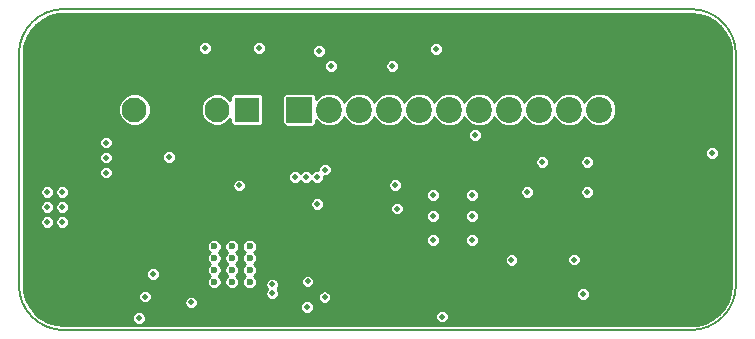
<source format=gbr>
G04 #@! TF.GenerationSoftware,KiCad,Pcbnew,5.0.2+dfsg1-1*
G04 #@! TF.CreationDate,2021-06-07T16:10:35-04:00*
G04 #@! TF.ProjectId,KyberBoard,4b796265-7242-46f6-9172-642e6b696361,rev?*
G04 #@! TF.SameCoordinates,Original*
G04 #@! TF.FileFunction,Copper,L3,Inr*
G04 #@! TF.FilePolarity,Positive*
%FSLAX46Y46*%
G04 Gerber Fmt 4.6, Leading zero omitted, Abs format (unit mm)*
G04 Created by KiCad (PCBNEW 5.0.2+dfsg1-1) date Mon 07 Jun 2021 04:10:35 PM EDT*
%MOMM*%
%LPD*%
G01*
G04 APERTURE LIST*
G04 #@! TA.AperFunction,NonConductor*
%ADD10C,0.150000*%
G04 #@! TD*
G04 #@! TA.AperFunction,ViaPad*
%ADD11C,0.600000*%
G04 #@! TD*
G04 #@! TA.AperFunction,ViaPad*
%ADD12R,2.200000X2.200000*%
G04 #@! TD*
G04 #@! TA.AperFunction,ViaPad*
%ADD13C,2.200000*%
G04 #@! TD*
G04 #@! TA.AperFunction,ViaPad*
%ADD14C,0.800000*%
G04 #@! TD*
G04 #@! TA.AperFunction,ViaPad*
%ADD15C,6.400000*%
G04 #@! TD*
G04 #@! TA.AperFunction,ViaPad*
%ADD16R,2.100000X2.100000*%
G04 #@! TD*
G04 #@! TA.AperFunction,ViaPad*
%ADD17C,2.100000*%
G04 #@! TD*
G04 #@! TA.AperFunction,ViaPad*
%ADD18C,0.508000*%
G04 #@! TD*
G04 #@! TA.AperFunction,Conductor*
%ADD19C,0.254000*%
G04 #@! TD*
G04 APERTURE END LIST*
D10*
X116332000Y-67056000D02*
G75*
G02X120142000Y-63246000I3810000J0D01*
G01*
X120142000Y-90424000D02*
G75*
G02X116332000Y-86614000I0J3810000D01*
G01*
X116332000Y-86614000D02*
X116332000Y-67056000D01*
X173228000Y-90424000D02*
X120142000Y-90424000D01*
X173228000Y-63246000D02*
X120142000Y-63246000D01*
X177038000Y-86614000D02*
X177038000Y-67056000D01*
X177038000Y-86614000D02*
G75*
G02X173228000Y-90424000I-3810000J0D01*
G01*
X173228000Y-63246000D02*
G75*
G02X177038000Y-67056000I0J-3810000D01*
G01*
D11*
G04 #@! TO.N,/hbridge/VCC*
G04 #@! TO.C,U2*
X132866000Y-83336000D03*
X134366000Y-83336000D03*
X135866000Y-83336000D03*
X132866000Y-84336000D03*
X134366000Y-84336000D03*
X135866000Y-84336000D03*
X132866000Y-85336000D03*
X134366000Y-85336000D03*
X135866000Y-85336000D03*
X132866000Y-86336000D03*
X134366000Y-86336000D03*
X135866000Y-86336000D03*
G04 #@! TD*
D12*
G04 #@! TO.N,+12V*
G04 #@! TO.C,*
X140081000Y-71755000D03*
D13*
G04 #@! TO.N,/SOL-*
X142621000Y-71755000D03*
G04 #@! TO.N,/LED+*
X145161000Y-71755000D03*
G04 #@! TO.N,/LED-*
X147701000Y-71755000D03*
G04 #@! TO.N,/SPKR+*
X150241000Y-71755000D03*
G04 #@! TO.N,/SPKR-*
X152781000Y-71755000D03*
G04 #@! TO.N,+3V3*
X155321000Y-71755000D03*
G04 #@! TO.N,/BTN*
X157861000Y-71755000D03*
G04 #@! TO.N,+3V3*
X160401000Y-71755000D03*
G04 #@! TO.N,/ENC_A*
X162941000Y-71755000D03*
G04 #@! TO.N,/ENC_B*
X165481000Y-71755000D03*
G04 #@! TO.N,GND*
X168021000Y-71755000D03*
G04 #@! TD*
D14*
G04 #@! TO.N,GND*
G04 #@! TO.C,*
X121839056Y-65358944D03*
X120142000Y-64656000D03*
X118444944Y-65358944D03*
X117742000Y-67056000D03*
X118444944Y-68753056D03*
X120142000Y-69456000D03*
X121839056Y-68753056D03*
X122542000Y-67056000D03*
D15*
X120142000Y-67056000D03*
G04 #@! TD*
G04 #@! TO.N,GND*
G04 #@! TO.C,*
X173228000Y-67056000D03*
D14*
X175628000Y-67056000D03*
X174925056Y-68753056D03*
X173228000Y-69456000D03*
X171530944Y-68753056D03*
X170828000Y-67056000D03*
X171530944Y-65358944D03*
X173228000Y-64656000D03*
X174925056Y-65358944D03*
G04 #@! TD*
D15*
G04 #@! TO.N,GND*
G04 #@! TO.C,*
X173228000Y-86614000D03*
D14*
X175628000Y-86614000D03*
X174925056Y-88311056D03*
X173228000Y-89014000D03*
X171530944Y-88311056D03*
X170828000Y-86614000D03*
X171530944Y-84916944D03*
X173228000Y-84214000D03*
X174925056Y-84916944D03*
G04 #@! TD*
D16*
G04 #@! TO.N,GND*
G04 #@! TO.C,*
X128651000Y-71755000D03*
D17*
G04 #@! TO.N,/BATT+*
X126111000Y-71755000D03*
G04 #@! TD*
G04 #@! TO.N,/MOT+*
G04 #@! TO.C,*
X133096000Y-71755000D03*
D16*
G04 #@! TO.N,/MOT-*
X135636000Y-71755000D03*
G04 #@! TD*
D18*
G04 #@! TO.N,GND*
X136271000Y-80470000D03*
X135636000Y-80470000D03*
X135001000Y-80470000D03*
X134366000Y-80470000D03*
X140792200Y-85600800D03*
X140792200Y-87124800D03*
X131336759Y-89891800D03*
X120269000Y-85296000D03*
X120269000Y-87836000D03*
X123571000Y-87836000D03*
X143637000Y-84074000D03*
X134620000Y-89398100D03*
X145796000Y-76200000D03*
X140716000Y-76200000D03*
X150876000Y-76200000D03*
X154940000Y-76200000D03*
X161925000Y-80010000D03*
X164592000Y-81026000D03*
X143764000Y-86207600D03*
X127000000Y-86868000D03*
X123571000Y-85979000D03*
X152273000Y-84074000D03*
X160655000Y-87630000D03*
X159004000Y-67564000D03*
X164084000Y-67564000D03*
X166624000Y-67564000D03*
X139319000Y-73660000D03*
X132080000Y-65405000D03*
X136652000Y-65532000D03*
X169926000Y-83566000D03*
X166624000Y-87376000D03*
X171450000Y-75438000D03*
X175212200Y-78994000D03*
G04 #@! TO.N,+3V3*
X154686000Y-78994000D03*
X151384000Y-78994000D03*
X154686000Y-82804000D03*
X151384000Y-82804000D03*
X151384000Y-80772000D03*
X154686000Y-80772000D03*
X158038800Y-84480400D03*
X154940000Y-73914000D03*
X126492000Y-89408000D03*
X127704954Y-85655046D03*
X148336000Y-80137000D03*
X160655000Y-76200000D03*
X147955000Y-68072000D03*
X151638000Y-66611500D03*
X164084000Y-87376000D03*
X175006000Y-75438000D03*
G04 #@! TO.N,+12C*
X148209000Y-78168500D03*
G04 #@! TO.N,/micro/SWCLK*
X164465000Y-76200000D03*
G04 #@! TO.N,/micro/SWDIO*
X164465000Y-78740000D03*
G04 #@! TO.N,+12V*
X141605000Y-79756000D03*
X141605000Y-77470000D03*
X139700000Y-77470000D03*
X140652500Y-77470000D03*
X142748000Y-68072000D03*
X141732000Y-66802000D03*
G04 #@! TO.N,/hbridge/PWM_MTR*
X140716000Y-88471000D03*
G04 #@! TO.N,/hbridge/INA*
X130937000Y-88090000D03*
G04 #@! TO.N,/hbridge/INB*
X142211799Y-87658201D03*
G04 #@! TO.N,/hbridge/imtr*
X152146000Y-89281000D03*
G04 #@! TO.N,/micro/LED_HBEAT*
X159385000Y-78740000D03*
G04 #@! TO.N,Net-(C8-Pad1)*
X140774859Y-86311791D03*
G04 #@! TO.N,Net-(Q4-Pad2)*
X135001000Y-78184000D03*
X137795000Y-86566000D03*
G04 #@! TO.N,Net-(Q4-Pad4)*
X129025948Y-75791633D03*
G04 #@! TO.N,Net-(R12-Pad1)*
X126997224Y-87585483D03*
G04 #@! TO.N,Net-(R13-Pad1)*
X137795000Y-87328000D03*
G04 #@! TO.N,/hbridge/VCC*
X123698000Y-75819000D03*
X123698000Y-74549000D03*
X123698000Y-77089000D03*
X120015000Y-78740000D03*
X118745000Y-78740000D03*
X120015000Y-80010000D03*
X118745000Y-80010000D03*
X118745000Y-81280000D03*
X120015000Y-81280000D03*
X136652000Y-66548000D03*
X132080000Y-66548000D03*
G04 #@! TO.N,/micro/NRST*
X163322000Y-84455000D03*
G04 #@! TO.N,Net-(Q2-Pad4)*
X142240000Y-76835000D03*
G04 #@! TD*
D19*
G04 #@! TO.N,GND*
G36*
X173912214Y-63722785D02*
X174568470Y-63928443D01*
X175169976Y-64261865D01*
X175692151Y-64709423D01*
X176113667Y-65252838D01*
X176417302Y-65869906D01*
X176591918Y-66540268D01*
X176632801Y-67071583D01*
X176632800Y-86593470D01*
X176561215Y-87298214D01*
X176355557Y-87954470D01*
X176022137Y-88555975D01*
X175574577Y-89078151D01*
X175031162Y-89499667D01*
X174414093Y-89803303D01*
X173743732Y-89977918D01*
X173212430Y-90018800D01*
X120162530Y-90018800D01*
X119457786Y-89947215D01*
X118801530Y-89741557D01*
X118200025Y-89408137D01*
X118064287Y-89291795D01*
X125907800Y-89291795D01*
X125907800Y-89524205D01*
X125996739Y-89738923D01*
X126161077Y-89903261D01*
X126375795Y-89992200D01*
X126608205Y-89992200D01*
X126822923Y-89903261D01*
X126987261Y-89738923D01*
X127076200Y-89524205D01*
X127076200Y-89291795D01*
X127023595Y-89164795D01*
X151561800Y-89164795D01*
X151561800Y-89397205D01*
X151650739Y-89611923D01*
X151815077Y-89776261D01*
X152029795Y-89865200D01*
X152262205Y-89865200D01*
X152476923Y-89776261D01*
X152641261Y-89611923D01*
X152730200Y-89397205D01*
X152730200Y-89164795D01*
X152641261Y-88950077D01*
X152476923Y-88785739D01*
X152262205Y-88696800D01*
X152029795Y-88696800D01*
X151815077Y-88785739D01*
X151650739Y-88950077D01*
X151561800Y-89164795D01*
X127023595Y-89164795D01*
X126987261Y-89077077D01*
X126822923Y-88912739D01*
X126608205Y-88823800D01*
X126375795Y-88823800D01*
X126161077Y-88912739D01*
X125996739Y-89077077D01*
X125907800Y-89291795D01*
X118064287Y-89291795D01*
X117677849Y-88960577D01*
X117256333Y-88417162D01*
X116952697Y-87800093D01*
X116866527Y-87469278D01*
X126413024Y-87469278D01*
X126413024Y-87701688D01*
X126501963Y-87916406D01*
X126666301Y-88080744D01*
X126881019Y-88169683D01*
X127113429Y-88169683D01*
X127328147Y-88080744D01*
X127435096Y-87973795D01*
X130352800Y-87973795D01*
X130352800Y-88206205D01*
X130441739Y-88420923D01*
X130606077Y-88585261D01*
X130820795Y-88674200D01*
X131053205Y-88674200D01*
X131267923Y-88585261D01*
X131432261Y-88420923D01*
X131459652Y-88354795D01*
X140131800Y-88354795D01*
X140131800Y-88587205D01*
X140220739Y-88801923D01*
X140385077Y-88966261D01*
X140599795Y-89055200D01*
X140832205Y-89055200D01*
X141046923Y-88966261D01*
X141211261Y-88801923D01*
X141300200Y-88587205D01*
X141300200Y-88354795D01*
X141211261Y-88140077D01*
X141046923Y-87975739D01*
X140832205Y-87886800D01*
X140599795Y-87886800D01*
X140385077Y-87975739D01*
X140220739Y-88140077D01*
X140131800Y-88354795D01*
X131459652Y-88354795D01*
X131521200Y-88206205D01*
X131521200Y-87973795D01*
X131432261Y-87759077D01*
X131267923Y-87594739D01*
X131053205Y-87505800D01*
X130820795Y-87505800D01*
X130606077Y-87594739D01*
X130441739Y-87759077D01*
X130352800Y-87973795D01*
X127435096Y-87973795D01*
X127492485Y-87916406D01*
X127581424Y-87701688D01*
X127581424Y-87469278D01*
X127492485Y-87254560D01*
X127328147Y-87090222D01*
X127113429Y-87001283D01*
X126881019Y-87001283D01*
X126666301Y-87090222D01*
X126501963Y-87254560D01*
X126413024Y-87469278D01*
X116866527Y-87469278D01*
X116778082Y-87129732D01*
X116737200Y-86598430D01*
X116737200Y-85538841D01*
X127120754Y-85538841D01*
X127120754Y-85771251D01*
X127209693Y-85985969D01*
X127374031Y-86150307D01*
X127588749Y-86239246D01*
X127821159Y-86239246D01*
X128035877Y-86150307D01*
X128200215Y-85985969D01*
X128289154Y-85771251D01*
X128289154Y-85538841D01*
X128200215Y-85324123D01*
X128035877Y-85159785D01*
X127821159Y-85070846D01*
X127588749Y-85070846D01*
X127374031Y-85159785D01*
X127209693Y-85324123D01*
X127120754Y-85538841D01*
X116737200Y-85538841D01*
X116737200Y-83210645D01*
X132235800Y-83210645D01*
X132235800Y-83461355D01*
X132331743Y-83692979D01*
X132474764Y-83836000D01*
X132331743Y-83979021D01*
X132235800Y-84210645D01*
X132235800Y-84461355D01*
X132331743Y-84692979D01*
X132474764Y-84836000D01*
X132331743Y-84979021D01*
X132235800Y-85210645D01*
X132235800Y-85461355D01*
X132331743Y-85692979D01*
X132474764Y-85836000D01*
X132331743Y-85979021D01*
X132235800Y-86210645D01*
X132235800Y-86461355D01*
X132331743Y-86692979D01*
X132509021Y-86870257D01*
X132740645Y-86966200D01*
X132991355Y-86966200D01*
X133222979Y-86870257D01*
X133400257Y-86692979D01*
X133496200Y-86461355D01*
X133496200Y-86210645D01*
X133400257Y-85979021D01*
X133257236Y-85836000D01*
X133400257Y-85692979D01*
X133496200Y-85461355D01*
X133496200Y-85210645D01*
X133400257Y-84979021D01*
X133257236Y-84836000D01*
X133400257Y-84692979D01*
X133496200Y-84461355D01*
X133496200Y-84210645D01*
X133400257Y-83979021D01*
X133257236Y-83836000D01*
X133400257Y-83692979D01*
X133496200Y-83461355D01*
X133496200Y-83210645D01*
X133735800Y-83210645D01*
X133735800Y-83461355D01*
X133831743Y-83692979D01*
X133974764Y-83836000D01*
X133831743Y-83979021D01*
X133735800Y-84210645D01*
X133735800Y-84461355D01*
X133831743Y-84692979D01*
X133974764Y-84836000D01*
X133831743Y-84979021D01*
X133735800Y-85210645D01*
X133735800Y-85461355D01*
X133831743Y-85692979D01*
X133974764Y-85836000D01*
X133831743Y-85979021D01*
X133735800Y-86210645D01*
X133735800Y-86461355D01*
X133831743Y-86692979D01*
X134009021Y-86870257D01*
X134240645Y-86966200D01*
X134491355Y-86966200D01*
X134722979Y-86870257D01*
X134900257Y-86692979D01*
X134996200Y-86461355D01*
X134996200Y-86210645D01*
X134900257Y-85979021D01*
X134757236Y-85836000D01*
X134900257Y-85692979D01*
X134996200Y-85461355D01*
X134996200Y-85210645D01*
X134900257Y-84979021D01*
X134757236Y-84836000D01*
X134900257Y-84692979D01*
X134996200Y-84461355D01*
X134996200Y-84210645D01*
X134900257Y-83979021D01*
X134757236Y-83836000D01*
X134900257Y-83692979D01*
X134996200Y-83461355D01*
X134996200Y-83210645D01*
X135235800Y-83210645D01*
X135235800Y-83461355D01*
X135331743Y-83692979D01*
X135474764Y-83836000D01*
X135331743Y-83979021D01*
X135235800Y-84210645D01*
X135235800Y-84461355D01*
X135331743Y-84692979D01*
X135474764Y-84836000D01*
X135331743Y-84979021D01*
X135235800Y-85210645D01*
X135235800Y-85461355D01*
X135331743Y-85692979D01*
X135474764Y-85836000D01*
X135331743Y-85979021D01*
X135235800Y-86210645D01*
X135235800Y-86461355D01*
X135331743Y-86692979D01*
X135509021Y-86870257D01*
X135740645Y-86966200D01*
X135991355Y-86966200D01*
X136222979Y-86870257D01*
X136400257Y-86692979D01*
X136496200Y-86461355D01*
X136496200Y-86449795D01*
X137210800Y-86449795D01*
X137210800Y-86682205D01*
X137299739Y-86896923D01*
X137349816Y-86947000D01*
X137299739Y-86997077D01*
X137210800Y-87211795D01*
X137210800Y-87444205D01*
X137299739Y-87658923D01*
X137464077Y-87823261D01*
X137678795Y-87912200D01*
X137911205Y-87912200D01*
X138125923Y-87823261D01*
X138290261Y-87658923D01*
X138338693Y-87541996D01*
X141627599Y-87541996D01*
X141627599Y-87774406D01*
X141716538Y-87989124D01*
X141880876Y-88153462D01*
X142095594Y-88242401D01*
X142328004Y-88242401D01*
X142542722Y-88153462D01*
X142707060Y-87989124D01*
X142795999Y-87774406D01*
X142795999Y-87541996D01*
X142707060Y-87327278D01*
X142639577Y-87259795D01*
X163499800Y-87259795D01*
X163499800Y-87492205D01*
X163588739Y-87706923D01*
X163753077Y-87871261D01*
X163967795Y-87960200D01*
X164200205Y-87960200D01*
X164414923Y-87871261D01*
X164579261Y-87706923D01*
X164668200Y-87492205D01*
X164668200Y-87259795D01*
X164579261Y-87045077D01*
X164414923Y-86880739D01*
X164200205Y-86791800D01*
X163967795Y-86791800D01*
X163753077Y-86880739D01*
X163588739Y-87045077D01*
X163499800Y-87259795D01*
X142639577Y-87259795D01*
X142542722Y-87162940D01*
X142328004Y-87074001D01*
X142095594Y-87074001D01*
X141880876Y-87162940D01*
X141716538Y-87327278D01*
X141627599Y-87541996D01*
X138338693Y-87541996D01*
X138379200Y-87444205D01*
X138379200Y-87211795D01*
X138290261Y-86997077D01*
X138240184Y-86947000D01*
X138290261Y-86896923D01*
X138379200Y-86682205D01*
X138379200Y-86449795D01*
X138290261Y-86235077D01*
X138250770Y-86195586D01*
X140190659Y-86195586D01*
X140190659Y-86427996D01*
X140279598Y-86642714D01*
X140443936Y-86807052D01*
X140658654Y-86895991D01*
X140891064Y-86895991D01*
X141105782Y-86807052D01*
X141270120Y-86642714D01*
X141359059Y-86427996D01*
X141359059Y-86195586D01*
X141270120Y-85980868D01*
X141105782Y-85816530D01*
X140891064Y-85727591D01*
X140658654Y-85727591D01*
X140443936Y-85816530D01*
X140279598Y-85980868D01*
X140190659Y-86195586D01*
X138250770Y-86195586D01*
X138125923Y-86070739D01*
X137911205Y-85981800D01*
X137678795Y-85981800D01*
X137464077Y-86070739D01*
X137299739Y-86235077D01*
X137210800Y-86449795D01*
X136496200Y-86449795D01*
X136496200Y-86210645D01*
X136400257Y-85979021D01*
X136257236Y-85836000D01*
X136400257Y-85692979D01*
X136496200Y-85461355D01*
X136496200Y-85210645D01*
X136400257Y-84979021D01*
X136257236Y-84836000D01*
X136400257Y-84692979D01*
X136496200Y-84461355D01*
X136496200Y-84364195D01*
X157454600Y-84364195D01*
X157454600Y-84596605D01*
X157543539Y-84811323D01*
X157707877Y-84975661D01*
X157922595Y-85064600D01*
X158155005Y-85064600D01*
X158369723Y-84975661D01*
X158534061Y-84811323D01*
X158623000Y-84596605D01*
X158623000Y-84364195D01*
X158612479Y-84338795D01*
X162737800Y-84338795D01*
X162737800Y-84571205D01*
X162826739Y-84785923D01*
X162991077Y-84950261D01*
X163205795Y-85039200D01*
X163438205Y-85039200D01*
X163652923Y-84950261D01*
X163817261Y-84785923D01*
X163906200Y-84571205D01*
X163906200Y-84338795D01*
X163817261Y-84124077D01*
X163652923Y-83959739D01*
X163438205Y-83870800D01*
X163205795Y-83870800D01*
X162991077Y-83959739D01*
X162826739Y-84124077D01*
X162737800Y-84338795D01*
X158612479Y-84338795D01*
X158534061Y-84149477D01*
X158369723Y-83985139D01*
X158155005Y-83896200D01*
X157922595Y-83896200D01*
X157707877Y-83985139D01*
X157543539Y-84149477D01*
X157454600Y-84364195D01*
X136496200Y-84364195D01*
X136496200Y-84210645D01*
X136400257Y-83979021D01*
X136257236Y-83836000D01*
X136400257Y-83692979D01*
X136496200Y-83461355D01*
X136496200Y-83210645D01*
X136400257Y-82979021D01*
X136222979Y-82801743D01*
X135991355Y-82705800D01*
X135740645Y-82705800D01*
X135509021Y-82801743D01*
X135331743Y-82979021D01*
X135235800Y-83210645D01*
X134996200Y-83210645D01*
X134900257Y-82979021D01*
X134722979Y-82801743D01*
X134491355Y-82705800D01*
X134240645Y-82705800D01*
X134009021Y-82801743D01*
X133831743Y-82979021D01*
X133735800Y-83210645D01*
X133496200Y-83210645D01*
X133400257Y-82979021D01*
X133222979Y-82801743D01*
X132991355Y-82705800D01*
X132740645Y-82705800D01*
X132509021Y-82801743D01*
X132331743Y-82979021D01*
X132235800Y-83210645D01*
X116737200Y-83210645D01*
X116737200Y-82687795D01*
X150799800Y-82687795D01*
X150799800Y-82920205D01*
X150888739Y-83134923D01*
X151053077Y-83299261D01*
X151267795Y-83388200D01*
X151500205Y-83388200D01*
X151714923Y-83299261D01*
X151879261Y-83134923D01*
X151968200Y-82920205D01*
X151968200Y-82687795D01*
X154101800Y-82687795D01*
X154101800Y-82920205D01*
X154190739Y-83134923D01*
X154355077Y-83299261D01*
X154569795Y-83388200D01*
X154802205Y-83388200D01*
X155016923Y-83299261D01*
X155181261Y-83134923D01*
X155270200Y-82920205D01*
X155270200Y-82687795D01*
X155181261Y-82473077D01*
X155016923Y-82308739D01*
X154802205Y-82219800D01*
X154569795Y-82219800D01*
X154355077Y-82308739D01*
X154190739Y-82473077D01*
X154101800Y-82687795D01*
X151968200Y-82687795D01*
X151879261Y-82473077D01*
X151714923Y-82308739D01*
X151500205Y-82219800D01*
X151267795Y-82219800D01*
X151053077Y-82308739D01*
X150888739Y-82473077D01*
X150799800Y-82687795D01*
X116737200Y-82687795D01*
X116737200Y-81163795D01*
X118160800Y-81163795D01*
X118160800Y-81396205D01*
X118249739Y-81610923D01*
X118414077Y-81775261D01*
X118628795Y-81864200D01*
X118861205Y-81864200D01*
X119075923Y-81775261D01*
X119240261Y-81610923D01*
X119329200Y-81396205D01*
X119329200Y-81163795D01*
X119430800Y-81163795D01*
X119430800Y-81396205D01*
X119519739Y-81610923D01*
X119684077Y-81775261D01*
X119898795Y-81864200D01*
X120131205Y-81864200D01*
X120345923Y-81775261D01*
X120510261Y-81610923D01*
X120599200Y-81396205D01*
X120599200Y-81163795D01*
X120510261Y-80949077D01*
X120345923Y-80784739D01*
X120131205Y-80695800D01*
X119898795Y-80695800D01*
X119684077Y-80784739D01*
X119519739Y-80949077D01*
X119430800Y-81163795D01*
X119329200Y-81163795D01*
X119240261Y-80949077D01*
X119075923Y-80784739D01*
X118861205Y-80695800D01*
X118628795Y-80695800D01*
X118414077Y-80784739D01*
X118249739Y-80949077D01*
X118160800Y-81163795D01*
X116737200Y-81163795D01*
X116737200Y-79893795D01*
X118160800Y-79893795D01*
X118160800Y-80126205D01*
X118249739Y-80340923D01*
X118414077Y-80505261D01*
X118628795Y-80594200D01*
X118861205Y-80594200D01*
X119075923Y-80505261D01*
X119240261Y-80340923D01*
X119329200Y-80126205D01*
X119329200Y-79893795D01*
X119430800Y-79893795D01*
X119430800Y-80126205D01*
X119519739Y-80340923D01*
X119684077Y-80505261D01*
X119898795Y-80594200D01*
X120131205Y-80594200D01*
X120345923Y-80505261D01*
X120510261Y-80340923D01*
X120599200Y-80126205D01*
X120599200Y-79893795D01*
X120510261Y-79679077D01*
X120470979Y-79639795D01*
X141020800Y-79639795D01*
X141020800Y-79872205D01*
X141109739Y-80086923D01*
X141274077Y-80251261D01*
X141488795Y-80340200D01*
X141721205Y-80340200D01*
X141935923Y-80251261D01*
X142100261Y-80086923D01*
X142127652Y-80020795D01*
X147751800Y-80020795D01*
X147751800Y-80253205D01*
X147840739Y-80467923D01*
X148005077Y-80632261D01*
X148219795Y-80721200D01*
X148452205Y-80721200D01*
X148610106Y-80655795D01*
X150799800Y-80655795D01*
X150799800Y-80888205D01*
X150888739Y-81102923D01*
X151053077Y-81267261D01*
X151267795Y-81356200D01*
X151500205Y-81356200D01*
X151714923Y-81267261D01*
X151879261Y-81102923D01*
X151968200Y-80888205D01*
X151968200Y-80655795D01*
X154101800Y-80655795D01*
X154101800Y-80888205D01*
X154190739Y-81102923D01*
X154355077Y-81267261D01*
X154569795Y-81356200D01*
X154802205Y-81356200D01*
X155016923Y-81267261D01*
X155181261Y-81102923D01*
X155270200Y-80888205D01*
X155270200Y-80655795D01*
X155181261Y-80441077D01*
X155016923Y-80276739D01*
X154802205Y-80187800D01*
X154569795Y-80187800D01*
X154355077Y-80276739D01*
X154190739Y-80441077D01*
X154101800Y-80655795D01*
X151968200Y-80655795D01*
X151879261Y-80441077D01*
X151714923Y-80276739D01*
X151500205Y-80187800D01*
X151267795Y-80187800D01*
X151053077Y-80276739D01*
X150888739Y-80441077D01*
X150799800Y-80655795D01*
X148610106Y-80655795D01*
X148666923Y-80632261D01*
X148831261Y-80467923D01*
X148920200Y-80253205D01*
X148920200Y-80020795D01*
X148831261Y-79806077D01*
X148666923Y-79641739D01*
X148452205Y-79552800D01*
X148219795Y-79552800D01*
X148005077Y-79641739D01*
X147840739Y-79806077D01*
X147751800Y-80020795D01*
X142127652Y-80020795D01*
X142189200Y-79872205D01*
X142189200Y-79639795D01*
X142100261Y-79425077D01*
X141935923Y-79260739D01*
X141721205Y-79171800D01*
X141488795Y-79171800D01*
X141274077Y-79260739D01*
X141109739Y-79425077D01*
X141020800Y-79639795D01*
X120470979Y-79639795D01*
X120345923Y-79514739D01*
X120131205Y-79425800D01*
X119898795Y-79425800D01*
X119684077Y-79514739D01*
X119519739Y-79679077D01*
X119430800Y-79893795D01*
X119329200Y-79893795D01*
X119240261Y-79679077D01*
X119075923Y-79514739D01*
X118861205Y-79425800D01*
X118628795Y-79425800D01*
X118414077Y-79514739D01*
X118249739Y-79679077D01*
X118160800Y-79893795D01*
X116737200Y-79893795D01*
X116737200Y-78623795D01*
X118160800Y-78623795D01*
X118160800Y-78856205D01*
X118249739Y-79070923D01*
X118414077Y-79235261D01*
X118628795Y-79324200D01*
X118861205Y-79324200D01*
X119075923Y-79235261D01*
X119240261Y-79070923D01*
X119329200Y-78856205D01*
X119329200Y-78623795D01*
X119430800Y-78623795D01*
X119430800Y-78856205D01*
X119519739Y-79070923D01*
X119684077Y-79235261D01*
X119898795Y-79324200D01*
X120131205Y-79324200D01*
X120345923Y-79235261D01*
X120510261Y-79070923D01*
X120590257Y-78877795D01*
X150799800Y-78877795D01*
X150799800Y-79110205D01*
X150888739Y-79324923D01*
X151053077Y-79489261D01*
X151267795Y-79578200D01*
X151500205Y-79578200D01*
X151714923Y-79489261D01*
X151879261Y-79324923D01*
X151968200Y-79110205D01*
X151968200Y-78877795D01*
X154101800Y-78877795D01*
X154101800Y-79110205D01*
X154190739Y-79324923D01*
X154355077Y-79489261D01*
X154569795Y-79578200D01*
X154802205Y-79578200D01*
X155016923Y-79489261D01*
X155181261Y-79324923D01*
X155270200Y-79110205D01*
X155270200Y-78877795D01*
X155181261Y-78663077D01*
X155141979Y-78623795D01*
X158800800Y-78623795D01*
X158800800Y-78856205D01*
X158889739Y-79070923D01*
X159054077Y-79235261D01*
X159268795Y-79324200D01*
X159501205Y-79324200D01*
X159715923Y-79235261D01*
X159880261Y-79070923D01*
X159969200Y-78856205D01*
X159969200Y-78623795D01*
X163880800Y-78623795D01*
X163880800Y-78856205D01*
X163969739Y-79070923D01*
X164134077Y-79235261D01*
X164348795Y-79324200D01*
X164581205Y-79324200D01*
X164795923Y-79235261D01*
X164960261Y-79070923D01*
X165049200Y-78856205D01*
X165049200Y-78623795D01*
X164960261Y-78409077D01*
X164795923Y-78244739D01*
X164581205Y-78155800D01*
X164348795Y-78155800D01*
X164134077Y-78244739D01*
X163969739Y-78409077D01*
X163880800Y-78623795D01*
X159969200Y-78623795D01*
X159880261Y-78409077D01*
X159715923Y-78244739D01*
X159501205Y-78155800D01*
X159268795Y-78155800D01*
X159054077Y-78244739D01*
X158889739Y-78409077D01*
X158800800Y-78623795D01*
X155141979Y-78623795D01*
X155016923Y-78498739D01*
X154802205Y-78409800D01*
X154569795Y-78409800D01*
X154355077Y-78498739D01*
X154190739Y-78663077D01*
X154101800Y-78877795D01*
X151968200Y-78877795D01*
X151879261Y-78663077D01*
X151714923Y-78498739D01*
X151500205Y-78409800D01*
X151267795Y-78409800D01*
X151053077Y-78498739D01*
X150888739Y-78663077D01*
X150799800Y-78877795D01*
X120590257Y-78877795D01*
X120599200Y-78856205D01*
X120599200Y-78623795D01*
X120510261Y-78409077D01*
X120345923Y-78244739D01*
X120131205Y-78155800D01*
X119898795Y-78155800D01*
X119684077Y-78244739D01*
X119519739Y-78409077D01*
X119430800Y-78623795D01*
X119329200Y-78623795D01*
X119240261Y-78409077D01*
X119075923Y-78244739D01*
X118861205Y-78155800D01*
X118628795Y-78155800D01*
X118414077Y-78244739D01*
X118249739Y-78409077D01*
X118160800Y-78623795D01*
X116737200Y-78623795D01*
X116737200Y-78067795D01*
X134416800Y-78067795D01*
X134416800Y-78300205D01*
X134505739Y-78514923D01*
X134670077Y-78679261D01*
X134884795Y-78768200D01*
X135117205Y-78768200D01*
X135331923Y-78679261D01*
X135496261Y-78514923D01*
X135585200Y-78300205D01*
X135585200Y-78067795D01*
X135496261Y-77853077D01*
X135331923Y-77688739D01*
X135117205Y-77599800D01*
X134884795Y-77599800D01*
X134670077Y-77688739D01*
X134505739Y-77853077D01*
X134416800Y-78067795D01*
X116737200Y-78067795D01*
X116737200Y-76972795D01*
X123113800Y-76972795D01*
X123113800Y-77205205D01*
X123202739Y-77419923D01*
X123367077Y-77584261D01*
X123581795Y-77673200D01*
X123814205Y-77673200D01*
X124028923Y-77584261D01*
X124193261Y-77419923D01*
X124220652Y-77353795D01*
X139115800Y-77353795D01*
X139115800Y-77586205D01*
X139204739Y-77800923D01*
X139369077Y-77965261D01*
X139583795Y-78054200D01*
X139816205Y-78054200D01*
X140030923Y-77965261D01*
X140176250Y-77819934D01*
X140321577Y-77965261D01*
X140536295Y-78054200D01*
X140768705Y-78054200D01*
X140983423Y-77965261D01*
X141128750Y-77819934D01*
X141274077Y-77965261D01*
X141488795Y-78054200D01*
X141721205Y-78054200D01*
X141725804Y-78052295D01*
X147624800Y-78052295D01*
X147624800Y-78284705D01*
X147713739Y-78499423D01*
X147878077Y-78663761D01*
X148092795Y-78752700D01*
X148325205Y-78752700D01*
X148539923Y-78663761D01*
X148704261Y-78499423D01*
X148793200Y-78284705D01*
X148793200Y-78052295D01*
X148704261Y-77837577D01*
X148539923Y-77673239D01*
X148325205Y-77584300D01*
X148092795Y-77584300D01*
X147878077Y-77673239D01*
X147713739Y-77837577D01*
X147624800Y-78052295D01*
X141725804Y-78052295D01*
X141935923Y-77965261D01*
X142100261Y-77800923D01*
X142189200Y-77586205D01*
X142189200Y-77419200D01*
X142356205Y-77419200D01*
X142570923Y-77330261D01*
X142735261Y-77165923D01*
X142824200Y-76951205D01*
X142824200Y-76718795D01*
X142735261Y-76504077D01*
X142570923Y-76339739D01*
X142356205Y-76250800D01*
X142123795Y-76250800D01*
X141909077Y-76339739D01*
X141744739Y-76504077D01*
X141655800Y-76718795D01*
X141655800Y-76885800D01*
X141488795Y-76885800D01*
X141274077Y-76974739D01*
X141128750Y-77120066D01*
X140983423Y-76974739D01*
X140768705Y-76885800D01*
X140536295Y-76885800D01*
X140321577Y-76974739D01*
X140176250Y-77120066D01*
X140030923Y-76974739D01*
X139816205Y-76885800D01*
X139583795Y-76885800D01*
X139369077Y-76974739D01*
X139204739Y-77139077D01*
X139115800Y-77353795D01*
X124220652Y-77353795D01*
X124282200Y-77205205D01*
X124282200Y-76972795D01*
X124193261Y-76758077D01*
X124028923Y-76593739D01*
X123814205Y-76504800D01*
X123581795Y-76504800D01*
X123367077Y-76593739D01*
X123202739Y-76758077D01*
X123113800Y-76972795D01*
X116737200Y-76972795D01*
X116737200Y-75702795D01*
X123113800Y-75702795D01*
X123113800Y-75935205D01*
X123202739Y-76149923D01*
X123367077Y-76314261D01*
X123581795Y-76403200D01*
X123814205Y-76403200D01*
X124028923Y-76314261D01*
X124193261Y-76149923D01*
X124282200Y-75935205D01*
X124282200Y-75702795D01*
X124270865Y-75675428D01*
X128441748Y-75675428D01*
X128441748Y-75907838D01*
X128530687Y-76122556D01*
X128695025Y-76286894D01*
X128909743Y-76375833D01*
X129142153Y-76375833D01*
X129356871Y-76286894D01*
X129521209Y-76122556D01*
X129537264Y-76083795D01*
X160070800Y-76083795D01*
X160070800Y-76316205D01*
X160159739Y-76530923D01*
X160324077Y-76695261D01*
X160538795Y-76784200D01*
X160771205Y-76784200D01*
X160985923Y-76695261D01*
X161150261Y-76530923D01*
X161239200Y-76316205D01*
X161239200Y-76083795D01*
X163880800Y-76083795D01*
X163880800Y-76316205D01*
X163969739Y-76530923D01*
X164134077Y-76695261D01*
X164348795Y-76784200D01*
X164581205Y-76784200D01*
X164795923Y-76695261D01*
X164960261Y-76530923D01*
X165049200Y-76316205D01*
X165049200Y-76083795D01*
X164960261Y-75869077D01*
X164795923Y-75704739D01*
X164581205Y-75615800D01*
X164348795Y-75615800D01*
X164134077Y-75704739D01*
X163969739Y-75869077D01*
X163880800Y-76083795D01*
X161239200Y-76083795D01*
X161150261Y-75869077D01*
X160985923Y-75704739D01*
X160771205Y-75615800D01*
X160538795Y-75615800D01*
X160324077Y-75704739D01*
X160159739Y-75869077D01*
X160070800Y-76083795D01*
X129537264Y-76083795D01*
X129610148Y-75907838D01*
X129610148Y-75675428D01*
X129521209Y-75460710D01*
X129382294Y-75321795D01*
X174421800Y-75321795D01*
X174421800Y-75554205D01*
X174510739Y-75768923D01*
X174675077Y-75933261D01*
X174889795Y-76022200D01*
X175122205Y-76022200D01*
X175336923Y-75933261D01*
X175501261Y-75768923D01*
X175590200Y-75554205D01*
X175590200Y-75321795D01*
X175501261Y-75107077D01*
X175336923Y-74942739D01*
X175122205Y-74853800D01*
X174889795Y-74853800D01*
X174675077Y-74942739D01*
X174510739Y-75107077D01*
X174421800Y-75321795D01*
X129382294Y-75321795D01*
X129356871Y-75296372D01*
X129142153Y-75207433D01*
X128909743Y-75207433D01*
X128695025Y-75296372D01*
X128530687Y-75460710D01*
X128441748Y-75675428D01*
X124270865Y-75675428D01*
X124193261Y-75488077D01*
X124028923Y-75323739D01*
X123814205Y-75234800D01*
X123581795Y-75234800D01*
X123367077Y-75323739D01*
X123202739Y-75488077D01*
X123113800Y-75702795D01*
X116737200Y-75702795D01*
X116737200Y-74432795D01*
X123113800Y-74432795D01*
X123113800Y-74665205D01*
X123202739Y-74879923D01*
X123367077Y-75044261D01*
X123581795Y-75133200D01*
X123814205Y-75133200D01*
X124028923Y-75044261D01*
X124193261Y-74879923D01*
X124282200Y-74665205D01*
X124282200Y-74432795D01*
X124193261Y-74218077D01*
X124028923Y-74053739D01*
X123814205Y-73964800D01*
X123581795Y-73964800D01*
X123367077Y-74053739D01*
X123202739Y-74218077D01*
X123113800Y-74432795D01*
X116737200Y-74432795D01*
X116737200Y-73797795D01*
X154355800Y-73797795D01*
X154355800Y-74030205D01*
X154444739Y-74244923D01*
X154609077Y-74409261D01*
X154823795Y-74498200D01*
X155056205Y-74498200D01*
X155270923Y-74409261D01*
X155435261Y-74244923D01*
X155524200Y-74030205D01*
X155524200Y-73797795D01*
X155435261Y-73583077D01*
X155270923Y-73418739D01*
X155056205Y-73329800D01*
X154823795Y-73329800D01*
X154609077Y-73418739D01*
X154444739Y-73583077D01*
X154355800Y-73797795D01*
X116737200Y-73797795D01*
X116737200Y-71480461D01*
X124730800Y-71480461D01*
X124730800Y-72029539D01*
X124940923Y-72536821D01*
X125329179Y-72925077D01*
X125836461Y-73135200D01*
X126385539Y-73135200D01*
X126892821Y-72925077D01*
X127281077Y-72536821D01*
X127491200Y-72029539D01*
X127491200Y-71480461D01*
X131715800Y-71480461D01*
X131715800Y-72029539D01*
X131925923Y-72536821D01*
X132314179Y-72925077D01*
X132821461Y-73135200D01*
X133370539Y-73135200D01*
X133877821Y-72925077D01*
X134249331Y-72553567D01*
X134249331Y-72805000D01*
X134274958Y-72933838D01*
X134347939Y-73043061D01*
X134457162Y-73116042D01*
X134586000Y-73141669D01*
X136686000Y-73141669D01*
X136814838Y-73116042D01*
X136924061Y-73043061D01*
X136997042Y-72933838D01*
X137022669Y-72805000D01*
X137022669Y-70705000D01*
X137012724Y-70655000D01*
X138644331Y-70655000D01*
X138644331Y-72855000D01*
X138669958Y-72983838D01*
X138742939Y-73093061D01*
X138852162Y-73166042D01*
X138981000Y-73191669D01*
X141181000Y-73191669D01*
X141309838Y-73166042D01*
X141419061Y-73093061D01*
X141492042Y-72983838D01*
X141517669Y-72855000D01*
X141517669Y-72674277D01*
X141810857Y-72967465D01*
X142336516Y-73185200D01*
X142905484Y-73185200D01*
X143431143Y-72967465D01*
X143833465Y-72565143D01*
X143891000Y-72426241D01*
X143948535Y-72565143D01*
X144350857Y-72967465D01*
X144876516Y-73185200D01*
X145445484Y-73185200D01*
X145971143Y-72967465D01*
X146373465Y-72565143D01*
X146431000Y-72426241D01*
X146488535Y-72565143D01*
X146890857Y-72967465D01*
X147416516Y-73185200D01*
X147985484Y-73185200D01*
X148511143Y-72967465D01*
X148913465Y-72565143D01*
X148971000Y-72426241D01*
X149028535Y-72565143D01*
X149430857Y-72967465D01*
X149956516Y-73185200D01*
X150525484Y-73185200D01*
X151051143Y-72967465D01*
X151453465Y-72565143D01*
X151511000Y-72426241D01*
X151568535Y-72565143D01*
X151970857Y-72967465D01*
X152496516Y-73185200D01*
X153065484Y-73185200D01*
X153591143Y-72967465D01*
X153993465Y-72565143D01*
X154051000Y-72426241D01*
X154108535Y-72565143D01*
X154510857Y-72967465D01*
X155036516Y-73185200D01*
X155605484Y-73185200D01*
X156131143Y-72967465D01*
X156533465Y-72565143D01*
X156591000Y-72426241D01*
X156648535Y-72565143D01*
X157050857Y-72967465D01*
X157576516Y-73185200D01*
X158145484Y-73185200D01*
X158671143Y-72967465D01*
X159073465Y-72565143D01*
X159131000Y-72426241D01*
X159188535Y-72565143D01*
X159590857Y-72967465D01*
X160116516Y-73185200D01*
X160685484Y-73185200D01*
X161211143Y-72967465D01*
X161613465Y-72565143D01*
X161671000Y-72426241D01*
X161728535Y-72565143D01*
X162130857Y-72967465D01*
X162656516Y-73185200D01*
X163225484Y-73185200D01*
X163751143Y-72967465D01*
X164153465Y-72565143D01*
X164211000Y-72426241D01*
X164268535Y-72565143D01*
X164670857Y-72967465D01*
X165196516Y-73185200D01*
X165765484Y-73185200D01*
X166291143Y-72967465D01*
X166693465Y-72565143D01*
X166911200Y-72039484D01*
X166911200Y-71470516D01*
X166693465Y-70944857D01*
X166291143Y-70542535D01*
X165765484Y-70324800D01*
X165196516Y-70324800D01*
X164670857Y-70542535D01*
X164268535Y-70944857D01*
X164211000Y-71083759D01*
X164153465Y-70944857D01*
X163751143Y-70542535D01*
X163225484Y-70324800D01*
X162656516Y-70324800D01*
X162130857Y-70542535D01*
X161728535Y-70944857D01*
X161671000Y-71083759D01*
X161613465Y-70944857D01*
X161211143Y-70542535D01*
X160685484Y-70324800D01*
X160116516Y-70324800D01*
X159590857Y-70542535D01*
X159188535Y-70944857D01*
X159131000Y-71083759D01*
X159073465Y-70944857D01*
X158671143Y-70542535D01*
X158145484Y-70324800D01*
X157576516Y-70324800D01*
X157050857Y-70542535D01*
X156648535Y-70944857D01*
X156591000Y-71083759D01*
X156533465Y-70944857D01*
X156131143Y-70542535D01*
X155605484Y-70324800D01*
X155036516Y-70324800D01*
X154510857Y-70542535D01*
X154108535Y-70944857D01*
X154051000Y-71083759D01*
X153993465Y-70944857D01*
X153591143Y-70542535D01*
X153065484Y-70324800D01*
X152496516Y-70324800D01*
X151970857Y-70542535D01*
X151568535Y-70944857D01*
X151511000Y-71083759D01*
X151453465Y-70944857D01*
X151051143Y-70542535D01*
X150525484Y-70324800D01*
X149956516Y-70324800D01*
X149430857Y-70542535D01*
X149028535Y-70944857D01*
X148971000Y-71083759D01*
X148913465Y-70944857D01*
X148511143Y-70542535D01*
X147985484Y-70324800D01*
X147416516Y-70324800D01*
X146890857Y-70542535D01*
X146488535Y-70944857D01*
X146431000Y-71083759D01*
X146373465Y-70944857D01*
X145971143Y-70542535D01*
X145445484Y-70324800D01*
X144876516Y-70324800D01*
X144350857Y-70542535D01*
X143948535Y-70944857D01*
X143891000Y-71083759D01*
X143833465Y-70944857D01*
X143431143Y-70542535D01*
X142905484Y-70324800D01*
X142336516Y-70324800D01*
X141810857Y-70542535D01*
X141517669Y-70835723D01*
X141517669Y-70655000D01*
X141492042Y-70526162D01*
X141419061Y-70416939D01*
X141309838Y-70343958D01*
X141181000Y-70318331D01*
X138981000Y-70318331D01*
X138852162Y-70343958D01*
X138742939Y-70416939D01*
X138669958Y-70526162D01*
X138644331Y-70655000D01*
X137012724Y-70655000D01*
X136997042Y-70576162D01*
X136924061Y-70466939D01*
X136814838Y-70393958D01*
X136686000Y-70368331D01*
X134586000Y-70368331D01*
X134457162Y-70393958D01*
X134347939Y-70466939D01*
X134274958Y-70576162D01*
X134249331Y-70705000D01*
X134249331Y-70956433D01*
X133877821Y-70584923D01*
X133370539Y-70374800D01*
X132821461Y-70374800D01*
X132314179Y-70584923D01*
X131925923Y-70973179D01*
X131715800Y-71480461D01*
X127491200Y-71480461D01*
X127281077Y-70973179D01*
X126892821Y-70584923D01*
X126385539Y-70374800D01*
X125836461Y-70374800D01*
X125329179Y-70584923D01*
X124940923Y-70973179D01*
X124730800Y-71480461D01*
X116737200Y-71480461D01*
X116737200Y-67955795D01*
X142163800Y-67955795D01*
X142163800Y-68188205D01*
X142252739Y-68402923D01*
X142417077Y-68567261D01*
X142631795Y-68656200D01*
X142864205Y-68656200D01*
X143078923Y-68567261D01*
X143243261Y-68402923D01*
X143332200Y-68188205D01*
X143332200Y-67955795D01*
X147370800Y-67955795D01*
X147370800Y-68188205D01*
X147459739Y-68402923D01*
X147624077Y-68567261D01*
X147838795Y-68656200D01*
X148071205Y-68656200D01*
X148285923Y-68567261D01*
X148450261Y-68402923D01*
X148539200Y-68188205D01*
X148539200Y-67955795D01*
X148450261Y-67741077D01*
X148285923Y-67576739D01*
X148071205Y-67487800D01*
X147838795Y-67487800D01*
X147624077Y-67576739D01*
X147459739Y-67741077D01*
X147370800Y-67955795D01*
X143332200Y-67955795D01*
X143243261Y-67741077D01*
X143078923Y-67576739D01*
X142864205Y-67487800D01*
X142631795Y-67487800D01*
X142417077Y-67576739D01*
X142252739Y-67741077D01*
X142163800Y-67955795D01*
X116737200Y-67955795D01*
X116737200Y-67076530D01*
X116802689Y-66431795D01*
X131495800Y-66431795D01*
X131495800Y-66664205D01*
X131584739Y-66878923D01*
X131749077Y-67043261D01*
X131963795Y-67132200D01*
X132196205Y-67132200D01*
X132410923Y-67043261D01*
X132575261Y-66878923D01*
X132664200Y-66664205D01*
X132664200Y-66431795D01*
X136067800Y-66431795D01*
X136067800Y-66664205D01*
X136156739Y-66878923D01*
X136321077Y-67043261D01*
X136535795Y-67132200D01*
X136768205Y-67132200D01*
X136982923Y-67043261D01*
X137147261Y-66878923D01*
X137227257Y-66685795D01*
X141147800Y-66685795D01*
X141147800Y-66918205D01*
X141236739Y-67132923D01*
X141401077Y-67297261D01*
X141615795Y-67386200D01*
X141848205Y-67386200D01*
X142062923Y-67297261D01*
X142227261Y-67132923D01*
X142316200Y-66918205D01*
X142316200Y-66685795D01*
X142237293Y-66495295D01*
X151053800Y-66495295D01*
X151053800Y-66727705D01*
X151142739Y-66942423D01*
X151307077Y-67106761D01*
X151521795Y-67195700D01*
X151754205Y-67195700D01*
X151968923Y-67106761D01*
X152133261Y-66942423D01*
X152222200Y-66727705D01*
X152222200Y-66495295D01*
X152133261Y-66280577D01*
X151968923Y-66116239D01*
X151754205Y-66027300D01*
X151521795Y-66027300D01*
X151307077Y-66116239D01*
X151142739Y-66280577D01*
X151053800Y-66495295D01*
X142237293Y-66495295D01*
X142227261Y-66471077D01*
X142062923Y-66306739D01*
X141848205Y-66217800D01*
X141615795Y-66217800D01*
X141401077Y-66306739D01*
X141236739Y-66471077D01*
X141147800Y-66685795D01*
X137227257Y-66685795D01*
X137236200Y-66664205D01*
X137236200Y-66431795D01*
X137147261Y-66217077D01*
X136982923Y-66052739D01*
X136768205Y-65963800D01*
X136535795Y-65963800D01*
X136321077Y-66052739D01*
X136156739Y-66217077D01*
X136067800Y-66431795D01*
X132664200Y-66431795D01*
X132575261Y-66217077D01*
X132410923Y-66052739D01*
X132196205Y-65963800D01*
X131963795Y-65963800D01*
X131749077Y-66052739D01*
X131584739Y-66217077D01*
X131495800Y-66431795D01*
X116802689Y-66431795D01*
X116808785Y-66371786D01*
X117014443Y-65715530D01*
X117347865Y-65114024D01*
X117795423Y-64591849D01*
X118338838Y-64170333D01*
X118955906Y-63866698D01*
X119626268Y-63692082D01*
X120157570Y-63651200D01*
X173207470Y-63651200D01*
X173912214Y-63722785D01*
X173912214Y-63722785D01*
G37*
X173912214Y-63722785D02*
X174568470Y-63928443D01*
X175169976Y-64261865D01*
X175692151Y-64709423D01*
X176113667Y-65252838D01*
X176417302Y-65869906D01*
X176591918Y-66540268D01*
X176632801Y-67071583D01*
X176632800Y-86593470D01*
X176561215Y-87298214D01*
X176355557Y-87954470D01*
X176022137Y-88555975D01*
X175574577Y-89078151D01*
X175031162Y-89499667D01*
X174414093Y-89803303D01*
X173743732Y-89977918D01*
X173212430Y-90018800D01*
X120162530Y-90018800D01*
X119457786Y-89947215D01*
X118801530Y-89741557D01*
X118200025Y-89408137D01*
X118064287Y-89291795D01*
X125907800Y-89291795D01*
X125907800Y-89524205D01*
X125996739Y-89738923D01*
X126161077Y-89903261D01*
X126375795Y-89992200D01*
X126608205Y-89992200D01*
X126822923Y-89903261D01*
X126987261Y-89738923D01*
X127076200Y-89524205D01*
X127076200Y-89291795D01*
X127023595Y-89164795D01*
X151561800Y-89164795D01*
X151561800Y-89397205D01*
X151650739Y-89611923D01*
X151815077Y-89776261D01*
X152029795Y-89865200D01*
X152262205Y-89865200D01*
X152476923Y-89776261D01*
X152641261Y-89611923D01*
X152730200Y-89397205D01*
X152730200Y-89164795D01*
X152641261Y-88950077D01*
X152476923Y-88785739D01*
X152262205Y-88696800D01*
X152029795Y-88696800D01*
X151815077Y-88785739D01*
X151650739Y-88950077D01*
X151561800Y-89164795D01*
X127023595Y-89164795D01*
X126987261Y-89077077D01*
X126822923Y-88912739D01*
X126608205Y-88823800D01*
X126375795Y-88823800D01*
X126161077Y-88912739D01*
X125996739Y-89077077D01*
X125907800Y-89291795D01*
X118064287Y-89291795D01*
X117677849Y-88960577D01*
X117256333Y-88417162D01*
X116952697Y-87800093D01*
X116866527Y-87469278D01*
X126413024Y-87469278D01*
X126413024Y-87701688D01*
X126501963Y-87916406D01*
X126666301Y-88080744D01*
X126881019Y-88169683D01*
X127113429Y-88169683D01*
X127328147Y-88080744D01*
X127435096Y-87973795D01*
X130352800Y-87973795D01*
X130352800Y-88206205D01*
X130441739Y-88420923D01*
X130606077Y-88585261D01*
X130820795Y-88674200D01*
X131053205Y-88674200D01*
X131267923Y-88585261D01*
X131432261Y-88420923D01*
X131459652Y-88354795D01*
X140131800Y-88354795D01*
X140131800Y-88587205D01*
X140220739Y-88801923D01*
X140385077Y-88966261D01*
X140599795Y-89055200D01*
X140832205Y-89055200D01*
X141046923Y-88966261D01*
X141211261Y-88801923D01*
X141300200Y-88587205D01*
X141300200Y-88354795D01*
X141211261Y-88140077D01*
X141046923Y-87975739D01*
X140832205Y-87886800D01*
X140599795Y-87886800D01*
X140385077Y-87975739D01*
X140220739Y-88140077D01*
X140131800Y-88354795D01*
X131459652Y-88354795D01*
X131521200Y-88206205D01*
X131521200Y-87973795D01*
X131432261Y-87759077D01*
X131267923Y-87594739D01*
X131053205Y-87505800D01*
X130820795Y-87505800D01*
X130606077Y-87594739D01*
X130441739Y-87759077D01*
X130352800Y-87973795D01*
X127435096Y-87973795D01*
X127492485Y-87916406D01*
X127581424Y-87701688D01*
X127581424Y-87469278D01*
X127492485Y-87254560D01*
X127328147Y-87090222D01*
X127113429Y-87001283D01*
X126881019Y-87001283D01*
X126666301Y-87090222D01*
X126501963Y-87254560D01*
X126413024Y-87469278D01*
X116866527Y-87469278D01*
X116778082Y-87129732D01*
X116737200Y-86598430D01*
X116737200Y-85538841D01*
X127120754Y-85538841D01*
X127120754Y-85771251D01*
X127209693Y-85985969D01*
X127374031Y-86150307D01*
X127588749Y-86239246D01*
X127821159Y-86239246D01*
X128035877Y-86150307D01*
X128200215Y-85985969D01*
X128289154Y-85771251D01*
X128289154Y-85538841D01*
X128200215Y-85324123D01*
X128035877Y-85159785D01*
X127821159Y-85070846D01*
X127588749Y-85070846D01*
X127374031Y-85159785D01*
X127209693Y-85324123D01*
X127120754Y-85538841D01*
X116737200Y-85538841D01*
X116737200Y-83210645D01*
X132235800Y-83210645D01*
X132235800Y-83461355D01*
X132331743Y-83692979D01*
X132474764Y-83836000D01*
X132331743Y-83979021D01*
X132235800Y-84210645D01*
X132235800Y-84461355D01*
X132331743Y-84692979D01*
X132474764Y-84836000D01*
X132331743Y-84979021D01*
X132235800Y-85210645D01*
X132235800Y-85461355D01*
X132331743Y-85692979D01*
X132474764Y-85836000D01*
X132331743Y-85979021D01*
X132235800Y-86210645D01*
X132235800Y-86461355D01*
X132331743Y-86692979D01*
X132509021Y-86870257D01*
X132740645Y-86966200D01*
X132991355Y-86966200D01*
X133222979Y-86870257D01*
X133400257Y-86692979D01*
X133496200Y-86461355D01*
X133496200Y-86210645D01*
X133400257Y-85979021D01*
X133257236Y-85836000D01*
X133400257Y-85692979D01*
X133496200Y-85461355D01*
X133496200Y-85210645D01*
X133400257Y-84979021D01*
X133257236Y-84836000D01*
X133400257Y-84692979D01*
X133496200Y-84461355D01*
X133496200Y-84210645D01*
X133400257Y-83979021D01*
X133257236Y-83836000D01*
X133400257Y-83692979D01*
X133496200Y-83461355D01*
X133496200Y-83210645D01*
X133735800Y-83210645D01*
X133735800Y-83461355D01*
X133831743Y-83692979D01*
X133974764Y-83836000D01*
X133831743Y-83979021D01*
X133735800Y-84210645D01*
X133735800Y-84461355D01*
X133831743Y-84692979D01*
X133974764Y-84836000D01*
X133831743Y-84979021D01*
X133735800Y-85210645D01*
X133735800Y-85461355D01*
X133831743Y-85692979D01*
X133974764Y-85836000D01*
X133831743Y-85979021D01*
X133735800Y-86210645D01*
X133735800Y-86461355D01*
X133831743Y-86692979D01*
X134009021Y-86870257D01*
X134240645Y-86966200D01*
X134491355Y-86966200D01*
X134722979Y-86870257D01*
X134900257Y-86692979D01*
X134996200Y-86461355D01*
X134996200Y-86210645D01*
X134900257Y-85979021D01*
X134757236Y-85836000D01*
X134900257Y-85692979D01*
X134996200Y-85461355D01*
X134996200Y-85210645D01*
X134900257Y-84979021D01*
X134757236Y-84836000D01*
X134900257Y-84692979D01*
X134996200Y-84461355D01*
X134996200Y-84210645D01*
X134900257Y-83979021D01*
X134757236Y-83836000D01*
X134900257Y-83692979D01*
X134996200Y-83461355D01*
X134996200Y-83210645D01*
X135235800Y-83210645D01*
X135235800Y-83461355D01*
X135331743Y-83692979D01*
X135474764Y-83836000D01*
X135331743Y-83979021D01*
X135235800Y-84210645D01*
X135235800Y-84461355D01*
X135331743Y-84692979D01*
X135474764Y-84836000D01*
X135331743Y-84979021D01*
X135235800Y-85210645D01*
X135235800Y-85461355D01*
X135331743Y-85692979D01*
X135474764Y-85836000D01*
X135331743Y-85979021D01*
X135235800Y-86210645D01*
X135235800Y-86461355D01*
X135331743Y-86692979D01*
X135509021Y-86870257D01*
X135740645Y-86966200D01*
X135991355Y-86966200D01*
X136222979Y-86870257D01*
X136400257Y-86692979D01*
X136496200Y-86461355D01*
X136496200Y-86449795D01*
X137210800Y-86449795D01*
X137210800Y-86682205D01*
X137299739Y-86896923D01*
X137349816Y-86947000D01*
X137299739Y-86997077D01*
X137210800Y-87211795D01*
X137210800Y-87444205D01*
X137299739Y-87658923D01*
X137464077Y-87823261D01*
X137678795Y-87912200D01*
X137911205Y-87912200D01*
X138125923Y-87823261D01*
X138290261Y-87658923D01*
X138338693Y-87541996D01*
X141627599Y-87541996D01*
X141627599Y-87774406D01*
X141716538Y-87989124D01*
X141880876Y-88153462D01*
X142095594Y-88242401D01*
X142328004Y-88242401D01*
X142542722Y-88153462D01*
X142707060Y-87989124D01*
X142795999Y-87774406D01*
X142795999Y-87541996D01*
X142707060Y-87327278D01*
X142639577Y-87259795D01*
X163499800Y-87259795D01*
X163499800Y-87492205D01*
X163588739Y-87706923D01*
X163753077Y-87871261D01*
X163967795Y-87960200D01*
X164200205Y-87960200D01*
X164414923Y-87871261D01*
X164579261Y-87706923D01*
X164668200Y-87492205D01*
X164668200Y-87259795D01*
X164579261Y-87045077D01*
X164414923Y-86880739D01*
X164200205Y-86791800D01*
X163967795Y-86791800D01*
X163753077Y-86880739D01*
X163588739Y-87045077D01*
X163499800Y-87259795D01*
X142639577Y-87259795D01*
X142542722Y-87162940D01*
X142328004Y-87074001D01*
X142095594Y-87074001D01*
X141880876Y-87162940D01*
X141716538Y-87327278D01*
X141627599Y-87541996D01*
X138338693Y-87541996D01*
X138379200Y-87444205D01*
X138379200Y-87211795D01*
X138290261Y-86997077D01*
X138240184Y-86947000D01*
X138290261Y-86896923D01*
X138379200Y-86682205D01*
X138379200Y-86449795D01*
X138290261Y-86235077D01*
X138250770Y-86195586D01*
X140190659Y-86195586D01*
X140190659Y-86427996D01*
X140279598Y-86642714D01*
X140443936Y-86807052D01*
X140658654Y-86895991D01*
X140891064Y-86895991D01*
X141105782Y-86807052D01*
X141270120Y-86642714D01*
X141359059Y-86427996D01*
X141359059Y-86195586D01*
X141270120Y-85980868D01*
X141105782Y-85816530D01*
X140891064Y-85727591D01*
X140658654Y-85727591D01*
X140443936Y-85816530D01*
X140279598Y-85980868D01*
X140190659Y-86195586D01*
X138250770Y-86195586D01*
X138125923Y-86070739D01*
X137911205Y-85981800D01*
X137678795Y-85981800D01*
X137464077Y-86070739D01*
X137299739Y-86235077D01*
X137210800Y-86449795D01*
X136496200Y-86449795D01*
X136496200Y-86210645D01*
X136400257Y-85979021D01*
X136257236Y-85836000D01*
X136400257Y-85692979D01*
X136496200Y-85461355D01*
X136496200Y-85210645D01*
X136400257Y-84979021D01*
X136257236Y-84836000D01*
X136400257Y-84692979D01*
X136496200Y-84461355D01*
X136496200Y-84364195D01*
X157454600Y-84364195D01*
X157454600Y-84596605D01*
X157543539Y-84811323D01*
X157707877Y-84975661D01*
X157922595Y-85064600D01*
X158155005Y-85064600D01*
X158369723Y-84975661D01*
X158534061Y-84811323D01*
X158623000Y-84596605D01*
X158623000Y-84364195D01*
X158612479Y-84338795D01*
X162737800Y-84338795D01*
X162737800Y-84571205D01*
X162826739Y-84785923D01*
X162991077Y-84950261D01*
X163205795Y-85039200D01*
X163438205Y-85039200D01*
X163652923Y-84950261D01*
X163817261Y-84785923D01*
X163906200Y-84571205D01*
X163906200Y-84338795D01*
X163817261Y-84124077D01*
X163652923Y-83959739D01*
X163438205Y-83870800D01*
X163205795Y-83870800D01*
X162991077Y-83959739D01*
X162826739Y-84124077D01*
X162737800Y-84338795D01*
X158612479Y-84338795D01*
X158534061Y-84149477D01*
X158369723Y-83985139D01*
X158155005Y-83896200D01*
X157922595Y-83896200D01*
X157707877Y-83985139D01*
X157543539Y-84149477D01*
X157454600Y-84364195D01*
X136496200Y-84364195D01*
X136496200Y-84210645D01*
X136400257Y-83979021D01*
X136257236Y-83836000D01*
X136400257Y-83692979D01*
X136496200Y-83461355D01*
X136496200Y-83210645D01*
X136400257Y-82979021D01*
X136222979Y-82801743D01*
X135991355Y-82705800D01*
X135740645Y-82705800D01*
X135509021Y-82801743D01*
X135331743Y-82979021D01*
X135235800Y-83210645D01*
X134996200Y-83210645D01*
X134900257Y-82979021D01*
X134722979Y-82801743D01*
X134491355Y-82705800D01*
X134240645Y-82705800D01*
X134009021Y-82801743D01*
X133831743Y-82979021D01*
X133735800Y-83210645D01*
X133496200Y-83210645D01*
X133400257Y-82979021D01*
X133222979Y-82801743D01*
X132991355Y-82705800D01*
X132740645Y-82705800D01*
X132509021Y-82801743D01*
X132331743Y-82979021D01*
X132235800Y-83210645D01*
X116737200Y-83210645D01*
X116737200Y-82687795D01*
X150799800Y-82687795D01*
X150799800Y-82920205D01*
X150888739Y-83134923D01*
X151053077Y-83299261D01*
X151267795Y-83388200D01*
X151500205Y-83388200D01*
X151714923Y-83299261D01*
X151879261Y-83134923D01*
X151968200Y-82920205D01*
X151968200Y-82687795D01*
X154101800Y-82687795D01*
X154101800Y-82920205D01*
X154190739Y-83134923D01*
X154355077Y-83299261D01*
X154569795Y-83388200D01*
X154802205Y-83388200D01*
X155016923Y-83299261D01*
X155181261Y-83134923D01*
X155270200Y-82920205D01*
X155270200Y-82687795D01*
X155181261Y-82473077D01*
X155016923Y-82308739D01*
X154802205Y-82219800D01*
X154569795Y-82219800D01*
X154355077Y-82308739D01*
X154190739Y-82473077D01*
X154101800Y-82687795D01*
X151968200Y-82687795D01*
X151879261Y-82473077D01*
X151714923Y-82308739D01*
X151500205Y-82219800D01*
X151267795Y-82219800D01*
X151053077Y-82308739D01*
X150888739Y-82473077D01*
X150799800Y-82687795D01*
X116737200Y-82687795D01*
X116737200Y-81163795D01*
X118160800Y-81163795D01*
X118160800Y-81396205D01*
X118249739Y-81610923D01*
X118414077Y-81775261D01*
X118628795Y-81864200D01*
X118861205Y-81864200D01*
X119075923Y-81775261D01*
X119240261Y-81610923D01*
X119329200Y-81396205D01*
X119329200Y-81163795D01*
X119430800Y-81163795D01*
X119430800Y-81396205D01*
X119519739Y-81610923D01*
X119684077Y-81775261D01*
X119898795Y-81864200D01*
X120131205Y-81864200D01*
X120345923Y-81775261D01*
X120510261Y-81610923D01*
X120599200Y-81396205D01*
X120599200Y-81163795D01*
X120510261Y-80949077D01*
X120345923Y-80784739D01*
X120131205Y-80695800D01*
X119898795Y-80695800D01*
X119684077Y-80784739D01*
X119519739Y-80949077D01*
X119430800Y-81163795D01*
X119329200Y-81163795D01*
X119240261Y-80949077D01*
X119075923Y-80784739D01*
X118861205Y-80695800D01*
X118628795Y-80695800D01*
X118414077Y-80784739D01*
X118249739Y-80949077D01*
X118160800Y-81163795D01*
X116737200Y-81163795D01*
X116737200Y-79893795D01*
X118160800Y-79893795D01*
X118160800Y-80126205D01*
X118249739Y-80340923D01*
X118414077Y-80505261D01*
X118628795Y-80594200D01*
X118861205Y-80594200D01*
X119075923Y-80505261D01*
X119240261Y-80340923D01*
X119329200Y-80126205D01*
X119329200Y-79893795D01*
X119430800Y-79893795D01*
X119430800Y-80126205D01*
X119519739Y-80340923D01*
X119684077Y-80505261D01*
X119898795Y-80594200D01*
X120131205Y-80594200D01*
X120345923Y-80505261D01*
X120510261Y-80340923D01*
X120599200Y-80126205D01*
X120599200Y-79893795D01*
X120510261Y-79679077D01*
X120470979Y-79639795D01*
X141020800Y-79639795D01*
X141020800Y-79872205D01*
X141109739Y-80086923D01*
X141274077Y-80251261D01*
X141488795Y-80340200D01*
X141721205Y-80340200D01*
X141935923Y-80251261D01*
X142100261Y-80086923D01*
X142127652Y-80020795D01*
X147751800Y-80020795D01*
X147751800Y-80253205D01*
X147840739Y-80467923D01*
X148005077Y-80632261D01*
X148219795Y-80721200D01*
X148452205Y-80721200D01*
X148610106Y-80655795D01*
X150799800Y-80655795D01*
X150799800Y-80888205D01*
X150888739Y-81102923D01*
X151053077Y-81267261D01*
X151267795Y-81356200D01*
X151500205Y-81356200D01*
X151714923Y-81267261D01*
X151879261Y-81102923D01*
X151968200Y-80888205D01*
X151968200Y-80655795D01*
X154101800Y-80655795D01*
X154101800Y-80888205D01*
X154190739Y-81102923D01*
X154355077Y-81267261D01*
X154569795Y-81356200D01*
X154802205Y-81356200D01*
X155016923Y-81267261D01*
X155181261Y-81102923D01*
X155270200Y-80888205D01*
X155270200Y-80655795D01*
X155181261Y-80441077D01*
X155016923Y-80276739D01*
X154802205Y-80187800D01*
X154569795Y-80187800D01*
X154355077Y-80276739D01*
X154190739Y-80441077D01*
X154101800Y-80655795D01*
X151968200Y-80655795D01*
X151879261Y-80441077D01*
X151714923Y-80276739D01*
X151500205Y-80187800D01*
X151267795Y-80187800D01*
X151053077Y-80276739D01*
X150888739Y-80441077D01*
X150799800Y-80655795D01*
X148610106Y-80655795D01*
X148666923Y-80632261D01*
X148831261Y-80467923D01*
X148920200Y-80253205D01*
X148920200Y-80020795D01*
X148831261Y-79806077D01*
X148666923Y-79641739D01*
X148452205Y-79552800D01*
X148219795Y-79552800D01*
X148005077Y-79641739D01*
X147840739Y-79806077D01*
X147751800Y-80020795D01*
X142127652Y-80020795D01*
X142189200Y-79872205D01*
X142189200Y-79639795D01*
X142100261Y-79425077D01*
X141935923Y-79260739D01*
X141721205Y-79171800D01*
X141488795Y-79171800D01*
X141274077Y-79260739D01*
X141109739Y-79425077D01*
X141020800Y-79639795D01*
X120470979Y-79639795D01*
X120345923Y-79514739D01*
X120131205Y-79425800D01*
X119898795Y-79425800D01*
X119684077Y-79514739D01*
X119519739Y-79679077D01*
X119430800Y-79893795D01*
X119329200Y-79893795D01*
X119240261Y-79679077D01*
X119075923Y-79514739D01*
X118861205Y-79425800D01*
X118628795Y-79425800D01*
X118414077Y-79514739D01*
X118249739Y-79679077D01*
X118160800Y-79893795D01*
X116737200Y-79893795D01*
X116737200Y-78623795D01*
X118160800Y-78623795D01*
X118160800Y-78856205D01*
X118249739Y-79070923D01*
X118414077Y-79235261D01*
X118628795Y-79324200D01*
X118861205Y-79324200D01*
X119075923Y-79235261D01*
X119240261Y-79070923D01*
X119329200Y-78856205D01*
X119329200Y-78623795D01*
X119430800Y-78623795D01*
X119430800Y-78856205D01*
X119519739Y-79070923D01*
X119684077Y-79235261D01*
X119898795Y-79324200D01*
X120131205Y-79324200D01*
X120345923Y-79235261D01*
X120510261Y-79070923D01*
X120590257Y-78877795D01*
X150799800Y-78877795D01*
X150799800Y-79110205D01*
X150888739Y-79324923D01*
X151053077Y-79489261D01*
X151267795Y-79578200D01*
X151500205Y-79578200D01*
X151714923Y-79489261D01*
X151879261Y-79324923D01*
X151968200Y-79110205D01*
X151968200Y-78877795D01*
X154101800Y-78877795D01*
X154101800Y-79110205D01*
X154190739Y-79324923D01*
X154355077Y-79489261D01*
X154569795Y-79578200D01*
X154802205Y-79578200D01*
X155016923Y-79489261D01*
X155181261Y-79324923D01*
X155270200Y-79110205D01*
X155270200Y-78877795D01*
X155181261Y-78663077D01*
X155141979Y-78623795D01*
X158800800Y-78623795D01*
X158800800Y-78856205D01*
X158889739Y-79070923D01*
X159054077Y-79235261D01*
X159268795Y-79324200D01*
X159501205Y-79324200D01*
X159715923Y-79235261D01*
X159880261Y-79070923D01*
X159969200Y-78856205D01*
X159969200Y-78623795D01*
X163880800Y-78623795D01*
X163880800Y-78856205D01*
X163969739Y-79070923D01*
X164134077Y-79235261D01*
X164348795Y-79324200D01*
X164581205Y-79324200D01*
X164795923Y-79235261D01*
X164960261Y-79070923D01*
X165049200Y-78856205D01*
X165049200Y-78623795D01*
X164960261Y-78409077D01*
X164795923Y-78244739D01*
X164581205Y-78155800D01*
X164348795Y-78155800D01*
X164134077Y-78244739D01*
X163969739Y-78409077D01*
X163880800Y-78623795D01*
X159969200Y-78623795D01*
X159880261Y-78409077D01*
X159715923Y-78244739D01*
X159501205Y-78155800D01*
X159268795Y-78155800D01*
X159054077Y-78244739D01*
X158889739Y-78409077D01*
X158800800Y-78623795D01*
X155141979Y-78623795D01*
X155016923Y-78498739D01*
X154802205Y-78409800D01*
X154569795Y-78409800D01*
X154355077Y-78498739D01*
X154190739Y-78663077D01*
X154101800Y-78877795D01*
X151968200Y-78877795D01*
X151879261Y-78663077D01*
X151714923Y-78498739D01*
X151500205Y-78409800D01*
X151267795Y-78409800D01*
X151053077Y-78498739D01*
X150888739Y-78663077D01*
X150799800Y-78877795D01*
X120590257Y-78877795D01*
X120599200Y-78856205D01*
X120599200Y-78623795D01*
X120510261Y-78409077D01*
X120345923Y-78244739D01*
X120131205Y-78155800D01*
X119898795Y-78155800D01*
X119684077Y-78244739D01*
X119519739Y-78409077D01*
X119430800Y-78623795D01*
X119329200Y-78623795D01*
X119240261Y-78409077D01*
X119075923Y-78244739D01*
X118861205Y-78155800D01*
X118628795Y-78155800D01*
X118414077Y-78244739D01*
X118249739Y-78409077D01*
X118160800Y-78623795D01*
X116737200Y-78623795D01*
X116737200Y-78067795D01*
X134416800Y-78067795D01*
X134416800Y-78300205D01*
X134505739Y-78514923D01*
X134670077Y-78679261D01*
X134884795Y-78768200D01*
X135117205Y-78768200D01*
X135331923Y-78679261D01*
X135496261Y-78514923D01*
X135585200Y-78300205D01*
X135585200Y-78067795D01*
X135496261Y-77853077D01*
X135331923Y-77688739D01*
X135117205Y-77599800D01*
X134884795Y-77599800D01*
X134670077Y-77688739D01*
X134505739Y-77853077D01*
X134416800Y-78067795D01*
X116737200Y-78067795D01*
X116737200Y-76972795D01*
X123113800Y-76972795D01*
X123113800Y-77205205D01*
X123202739Y-77419923D01*
X123367077Y-77584261D01*
X123581795Y-77673200D01*
X123814205Y-77673200D01*
X124028923Y-77584261D01*
X124193261Y-77419923D01*
X124220652Y-77353795D01*
X139115800Y-77353795D01*
X139115800Y-77586205D01*
X139204739Y-77800923D01*
X139369077Y-77965261D01*
X139583795Y-78054200D01*
X139816205Y-78054200D01*
X140030923Y-77965261D01*
X140176250Y-77819934D01*
X140321577Y-77965261D01*
X140536295Y-78054200D01*
X140768705Y-78054200D01*
X140983423Y-77965261D01*
X141128750Y-77819934D01*
X141274077Y-77965261D01*
X141488795Y-78054200D01*
X141721205Y-78054200D01*
X141725804Y-78052295D01*
X147624800Y-78052295D01*
X147624800Y-78284705D01*
X147713739Y-78499423D01*
X147878077Y-78663761D01*
X148092795Y-78752700D01*
X148325205Y-78752700D01*
X148539923Y-78663761D01*
X148704261Y-78499423D01*
X148793200Y-78284705D01*
X148793200Y-78052295D01*
X148704261Y-77837577D01*
X148539923Y-77673239D01*
X148325205Y-77584300D01*
X148092795Y-77584300D01*
X147878077Y-77673239D01*
X147713739Y-77837577D01*
X147624800Y-78052295D01*
X141725804Y-78052295D01*
X141935923Y-77965261D01*
X142100261Y-77800923D01*
X142189200Y-77586205D01*
X142189200Y-77419200D01*
X142356205Y-77419200D01*
X142570923Y-77330261D01*
X142735261Y-77165923D01*
X142824200Y-76951205D01*
X142824200Y-76718795D01*
X142735261Y-76504077D01*
X142570923Y-76339739D01*
X142356205Y-76250800D01*
X142123795Y-76250800D01*
X141909077Y-76339739D01*
X141744739Y-76504077D01*
X141655800Y-76718795D01*
X141655800Y-76885800D01*
X141488795Y-76885800D01*
X141274077Y-76974739D01*
X141128750Y-77120066D01*
X140983423Y-76974739D01*
X140768705Y-76885800D01*
X140536295Y-76885800D01*
X140321577Y-76974739D01*
X140176250Y-77120066D01*
X140030923Y-76974739D01*
X139816205Y-76885800D01*
X139583795Y-76885800D01*
X139369077Y-76974739D01*
X139204739Y-77139077D01*
X139115800Y-77353795D01*
X124220652Y-77353795D01*
X124282200Y-77205205D01*
X124282200Y-76972795D01*
X124193261Y-76758077D01*
X124028923Y-76593739D01*
X123814205Y-76504800D01*
X123581795Y-76504800D01*
X123367077Y-76593739D01*
X123202739Y-76758077D01*
X123113800Y-76972795D01*
X116737200Y-76972795D01*
X116737200Y-75702795D01*
X123113800Y-75702795D01*
X123113800Y-75935205D01*
X123202739Y-76149923D01*
X123367077Y-76314261D01*
X123581795Y-76403200D01*
X123814205Y-76403200D01*
X124028923Y-76314261D01*
X124193261Y-76149923D01*
X124282200Y-75935205D01*
X124282200Y-75702795D01*
X124270865Y-75675428D01*
X128441748Y-75675428D01*
X128441748Y-75907838D01*
X128530687Y-76122556D01*
X128695025Y-76286894D01*
X128909743Y-76375833D01*
X129142153Y-76375833D01*
X129356871Y-76286894D01*
X129521209Y-76122556D01*
X129537264Y-76083795D01*
X160070800Y-76083795D01*
X160070800Y-76316205D01*
X160159739Y-76530923D01*
X160324077Y-76695261D01*
X160538795Y-76784200D01*
X160771205Y-76784200D01*
X160985923Y-76695261D01*
X161150261Y-76530923D01*
X161239200Y-76316205D01*
X161239200Y-76083795D01*
X163880800Y-76083795D01*
X163880800Y-76316205D01*
X163969739Y-76530923D01*
X164134077Y-76695261D01*
X164348795Y-76784200D01*
X164581205Y-76784200D01*
X164795923Y-76695261D01*
X164960261Y-76530923D01*
X165049200Y-76316205D01*
X165049200Y-76083795D01*
X164960261Y-75869077D01*
X164795923Y-75704739D01*
X164581205Y-75615800D01*
X164348795Y-75615800D01*
X164134077Y-75704739D01*
X163969739Y-75869077D01*
X163880800Y-76083795D01*
X161239200Y-76083795D01*
X161150261Y-75869077D01*
X160985923Y-75704739D01*
X160771205Y-75615800D01*
X160538795Y-75615800D01*
X160324077Y-75704739D01*
X160159739Y-75869077D01*
X160070800Y-76083795D01*
X129537264Y-76083795D01*
X129610148Y-75907838D01*
X129610148Y-75675428D01*
X129521209Y-75460710D01*
X129382294Y-75321795D01*
X174421800Y-75321795D01*
X174421800Y-75554205D01*
X174510739Y-75768923D01*
X174675077Y-75933261D01*
X174889795Y-76022200D01*
X175122205Y-76022200D01*
X175336923Y-75933261D01*
X175501261Y-75768923D01*
X175590200Y-75554205D01*
X175590200Y-75321795D01*
X175501261Y-75107077D01*
X175336923Y-74942739D01*
X175122205Y-74853800D01*
X174889795Y-74853800D01*
X174675077Y-74942739D01*
X174510739Y-75107077D01*
X174421800Y-75321795D01*
X129382294Y-75321795D01*
X129356871Y-75296372D01*
X129142153Y-75207433D01*
X128909743Y-75207433D01*
X128695025Y-75296372D01*
X128530687Y-75460710D01*
X128441748Y-75675428D01*
X124270865Y-75675428D01*
X124193261Y-75488077D01*
X124028923Y-75323739D01*
X123814205Y-75234800D01*
X123581795Y-75234800D01*
X123367077Y-75323739D01*
X123202739Y-75488077D01*
X123113800Y-75702795D01*
X116737200Y-75702795D01*
X116737200Y-74432795D01*
X123113800Y-74432795D01*
X123113800Y-74665205D01*
X123202739Y-74879923D01*
X123367077Y-75044261D01*
X123581795Y-75133200D01*
X123814205Y-75133200D01*
X124028923Y-75044261D01*
X124193261Y-74879923D01*
X124282200Y-74665205D01*
X124282200Y-74432795D01*
X124193261Y-74218077D01*
X124028923Y-74053739D01*
X123814205Y-73964800D01*
X123581795Y-73964800D01*
X123367077Y-74053739D01*
X123202739Y-74218077D01*
X123113800Y-74432795D01*
X116737200Y-74432795D01*
X116737200Y-73797795D01*
X154355800Y-73797795D01*
X154355800Y-74030205D01*
X154444739Y-74244923D01*
X154609077Y-74409261D01*
X154823795Y-74498200D01*
X155056205Y-74498200D01*
X155270923Y-74409261D01*
X155435261Y-74244923D01*
X155524200Y-74030205D01*
X155524200Y-73797795D01*
X155435261Y-73583077D01*
X155270923Y-73418739D01*
X155056205Y-73329800D01*
X154823795Y-73329800D01*
X154609077Y-73418739D01*
X154444739Y-73583077D01*
X154355800Y-73797795D01*
X116737200Y-73797795D01*
X116737200Y-71480461D01*
X124730800Y-71480461D01*
X124730800Y-72029539D01*
X124940923Y-72536821D01*
X125329179Y-72925077D01*
X125836461Y-73135200D01*
X126385539Y-73135200D01*
X126892821Y-72925077D01*
X127281077Y-72536821D01*
X127491200Y-72029539D01*
X127491200Y-71480461D01*
X131715800Y-71480461D01*
X131715800Y-72029539D01*
X131925923Y-72536821D01*
X132314179Y-72925077D01*
X132821461Y-73135200D01*
X133370539Y-73135200D01*
X133877821Y-72925077D01*
X134249331Y-72553567D01*
X134249331Y-72805000D01*
X134274958Y-72933838D01*
X134347939Y-73043061D01*
X134457162Y-73116042D01*
X134586000Y-73141669D01*
X136686000Y-73141669D01*
X136814838Y-73116042D01*
X136924061Y-73043061D01*
X136997042Y-72933838D01*
X137022669Y-72805000D01*
X137022669Y-70705000D01*
X137012724Y-70655000D01*
X138644331Y-70655000D01*
X138644331Y-72855000D01*
X138669958Y-72983838D01*
X138742939Y-73093061D01*
X138852162Y-73166042D01*
X138981000Y-73191669D01*
X141181000Y-73191669D01*
X141309838Y-73166042D01*
X141419061Y-73093061D01*
X141492042Y-72983838D01*
X141517669Y-72855000D01*
X141517669Y-72674277D01*
X141810857Y-72967465D01*
X142336516Y-73185200D01*
X142905484Y-73185200D01*
X143431143Y-72967465D01*
X143833465Y-72565143D01*
X143891000Y-72426241D01*
X143948535Y-72565143D01*
X144350857Y-72967465D01*
X144876516Y-73185200D01*
X145445484Y-73185200D01*
X145971143Y-72967465D01*
X146373465Y-72565143D01*
X146431000Y-72426241D01*
X146488535Y-72565143D01*
X146890857Y-72967465D01*
X147416516Y-73185200D01*
X147985484Y-73185200D01*
X148511143Y-72967465D01*
X148913465Y-72565143D01*
X148971000Y-72426241D01*
X149028535Y-72565143D01*
X149430857Y-72967465D01*
X149956516Y-73185200D01*
X150525484Y-73185200D01*
X151051143Y-72967465D01*
X151453465Y-72565143D01*
X151511000Y-72426241D01*
X151568535Y-72565143D01*
X151970857Y-72967465D01*
X152496516Y-73185200D01*
X153065484Y-73185200D01*
X153591143Y-72967465D01*
X153993465Y-72565143D01*
X154051000Y-72426241D01*
X154108535Y-72565143D01*
X154510857Y-72967465D01*
X155036516Y-73185200D01*
X155605484Y-73185200D01*
X156131143Y-72967465D01*
X156533465Y-72565143D01*
X156591000Y-72426241D01*
X156648535Y-72565143D01*
X157050857Y-72967465D01*
X157576516Y-73185200D01*
X158145484Y-73185200D01*
X158671143Y-72967465D01*
X159073465Y-72565143D01*
X159131000Y-72426241D01*
X159188535Y-72565143D01*
X159590857Y-72967465D01*
X160116516Y-73185200D01*
X160685484Y-73185200D01*
X161211143Y-72967465D01*
X161613465Y-72565143D01*
X161671000Y-72426241D01*
X161728535Y-72565143D01*
X162130857Y-72967465D01*
X162656516Y-73185200D01*
X163225484Y-73185200D01*
X163751143Y-72967465D01*
X164153465Y-72565143D01*
X164211000Y-72426241D01*
X164268535Y-72565143D01*
X164670857Y-72967465D01*
X165196516Y-73185200D01*
X165765484Y-73185200D01*
X166291143Y-72967465D01*
X166693465Y-72565143D01*
X166911200Y-72039484D01*
X166911200Y-71470516D01*
X166693465Y-70944857D01*
X166291143Y-70542535D01*
X165765484Y-70324800D01*
X165196516Y-70324800D01*
X164670857Y-70542535D01*
X164268535Y-70944857D01*
X164211000Y-71083759D01*
X164153465Y-70944857D01*
X163751143Y-70542535D01*
X163225484Y-70324800D01*
X162656516Y-70324800D01*
X162130857Y-70542535D01*
X161728535Y-70944857D01*
X161671000Y-71083759D01*
X161613465Y-70944857D01*
X161211143Y-70542535D01*
X160685484Y-70324800D01*
X160116516Y-70324800D01*
X159590857Y-70542535D01*
X159188535Y-70944857D01*
X159131000Y-71083759D01*
X159073465Y-70944857D01*
X158671143Y-70542535D01*
X158145484Y-70324800D01*
X157576516Y-70324800D01*
X157050857Y-70542535D01*
X156648535Y-70944857D01*
X156591000Y-71083759D01*
X156533465Y-70944857D01*
X156131143Y-70542535D01*
X155605484Y-70324800D01*
X155036516Y-70324800D01*
X154510857Y-70542535D01*
X154108535Y-70944857D01*
X154051000Y-71083759D01*
X153993465Y-70944857D01*
X153591143Y-70542535D01*
X153065484Y-70324800D01*
X152496516Y-70324800D01*
X151970857Y-70542535D01*
X151568535Y-70944857D01*
X151511000Y-71083759D01*
X151453465Y-70944857D01*
X151051143Y-70542535D01*
X150525484Y-70324800D01*
X149956516Y-70324800D01*
X149430857Y-70542535D01*
X149028535Y-70944857D01*
X148971000Y-71083759D01*
X148913465Y-70944857D01*
X148511143Y-70542535D01*
X147985484Y-70324800D01*
X147416516Y-70324800D01*
X146890857Y-70542535D01*
X146488535Y-70944857D01*
X146431000Y-71083759D01*
X146373465Y-70944857D01*
X145971143Y-70542535D01*
X145445484Y-70324800D01*
X144876516Y-70324800D01*
X144350857Y-70542535D01*
X143948535Y-70944857D01*
X143891000Y-71083759D01*
X143833465Y-70944857D01*
X143431143Y-70542535D01*
X142905484Y-70324800D01*
X142336516Y-70324800D01*
X141810857Y-70542535D01*
X141517669Y-70835723D01*
X141517669Y-70655000D01*
X141492042Y-70526162D01*
X141419061Y-70416939D01*
X141309838Y-70343958D01*
X141181000Y-70318331D01*
X138981000Y-70318331D01*
X138852162Y-70343958D01*
X138742939Y-70416939D01*
X138669958Y-70526162D01*
X138644331Y-70655000D01*
X137012724Y-70655000D01*
X136997042Y-70576162D01*
X136924061Y-70466939D01*
X136814838Y-70393958D01*
X136686000Y-70368331D01*
X134586000Y-70368331D01*
X134457162Y-70393958D01*
X134347939Y-70466939D01*
X134274958Y-70576162D01*
X134249331Y-70705000D01*
X134249331Y-70956433D01*
X133877821Y-70584923D01*
X133370539Y-70374800D01*
X132821461Y-70374800D01*
X132314179Y-70584923D01*
X131925923Y-70973179D01*
X131715800Y-71480461D01*
X127491200Y-71480461D01*
X127281077Y-70973179D01*
X126892821Y-70584923D01*
X126385539Y-70374800D01*
X125836461Y-70374800D01*
X125329179Y-70584923D01*
X124940923Y-70973179D01*
X124730800Y-71480461D01*
X116737200Y-71480461D01*
X116737200Y-67955795D01*
X142163800Y-67955795D01*
X142163800Y-68188205D01*
X142252739Y-68402923D01*
X142417077Y-68567261D01*
X142631795Y-68656200D01*
X142864205Y-68656200D01*
X143078923Y-68567261D01*
X143243261Y-68402923D01*
X143332200Y-68188205D01*
X143332200Y-67955795D01*
X147370800Y-67955795D01*
X147370800Y-68188205D01*
X147459739Y-68402923D01*
X147624077Y-68567261D01*
X147838795Y-68656200D01*
X148071205Y-68656200D01*
X148285923Y-68567261D01*
X148450261Y-68402923D01*
X148539200Y-68188205D01*
X148539200Y-67955795D01*
X148450261Y-67741077D01*
X148285923Y-67576739D01*
X148071205Y-67487800D01*
X147838795Y-67487800D01*
X147624077Y-67576739D01*
X147459739Y-67741077D01*
X147370800Y-67955795D01*
X143332200Y-67955795D01*
X143243261Y-67741077D01*
X143078923Y-67576739D01*
X142864205Y-67487800D01*
X142631795Y-67487800D01*
X142417077Y-67576739D01*
X142252739Y-67741077D01*
X142163800Y-67955795D01*
X116737200Y-67955795D01*
X116737200Y-67076530D01*
X116802689Y-66431795D01*
X131495800Y-66431795D01*
X131495800Y-66664205D01*
X131584739Y-66878923D01*
X131749077Y-67043261D01*
X131963795Y-67132200D01*
X132196205Y-67132200D01*
X132410923Y-67043261D01*
X132575261Y-66878923D01*
X132664200Y-66664205D01*
X132664200Y-66431795D01*
X136067800Y-66431795D01*
X136067800Y-66664205D01*
X136156739Y-66878923D01*
X136321077Y-67043261D01*
X136535795Y-67132200D01*
X136768205Y-67132200D01*
X136982923Y-67043261D01*
X137147261Y-66878923D01*
X137227257Y-66685795D01*
X141147800Y-66685795D01*
X141147800Y-66918205D01*
X141236739Y-67132923D01*
X141401077Y-67297261D01*
X141615795Y-67386200D01*
X141848205Y-67386200D01*
X142062923Y-67297261D01*
X142227261Y-67132923D01*
X142316200Y-66918205D01*
X142316200Y-66685795D01*
X142237293Y-66495295D01*
X151053800Y-66495295D01*
X151053800Y-66727705D01*
X151142739Y-66942423D01*
X151307077Y-67106761D01*
X151521795Y-67195700D01*
X151754205Y-67195700D01*
X151968923Y-67106761D01*
X152133261Y-66942423D01*
X152222200Y-66727705D01*
X152222200Y-66495295D01*
X152133261Y-66280577D01*
X151968923Y-66116239D01*
X151754205Y-66027300D01*
X151521795Y-66027300D01*
X151307077Y-66116239D01*
X151142739Y-66280577D01*
X151053800Y-66495295D01*
X142237293Y-66495295D01*
X142227261Y-66471077D01*
X142062923Y-66306739D01*
X141848205Y-66217800D01*
X141615795Y-66217800D01*
X141401077Y-66306739D01*
X141236739Y-66471077D01*
X141147800Y-66685795D01*
X137227257Y-66685795D01*
X137236200Y-66664205D01*
X137236200Y-66431795D01*
X137147261Y-66217077D01*
X136982923Y-66052739D01*
X136768205Y-65963800D01*
X136535795Y-65963800D01*
X136321077Y-66052739D01*
X136156739Y-66217077D01*
X136067800Y-66431795D01*
X132664200Y-66431795D01*
X132575261Y-66217077D01*
X132410923Y-66052739D01*
X132196205Y-65963800D01*
X131963795Y-65963800D01*
X131749077Y-66052739D01*
X131584739Y-66217077D01*
X131495800Y-66431795D01*
X116802689Y-66431795D01*
X116808785Y-66371786D01*
X117014443Y-65715530D01*
X117347865Y-65114024D01*
X117795423Y-64591849D01*
X118338838Y-64170333D01*
X118955906Y-63866698D01*
X119626268Y-63692082D01*
X120157570Y-63651200D01*
X173207470Y-63651200D01*
X173912214Y-63722785D01*
G04 #@! TD*
M02*

</source>
